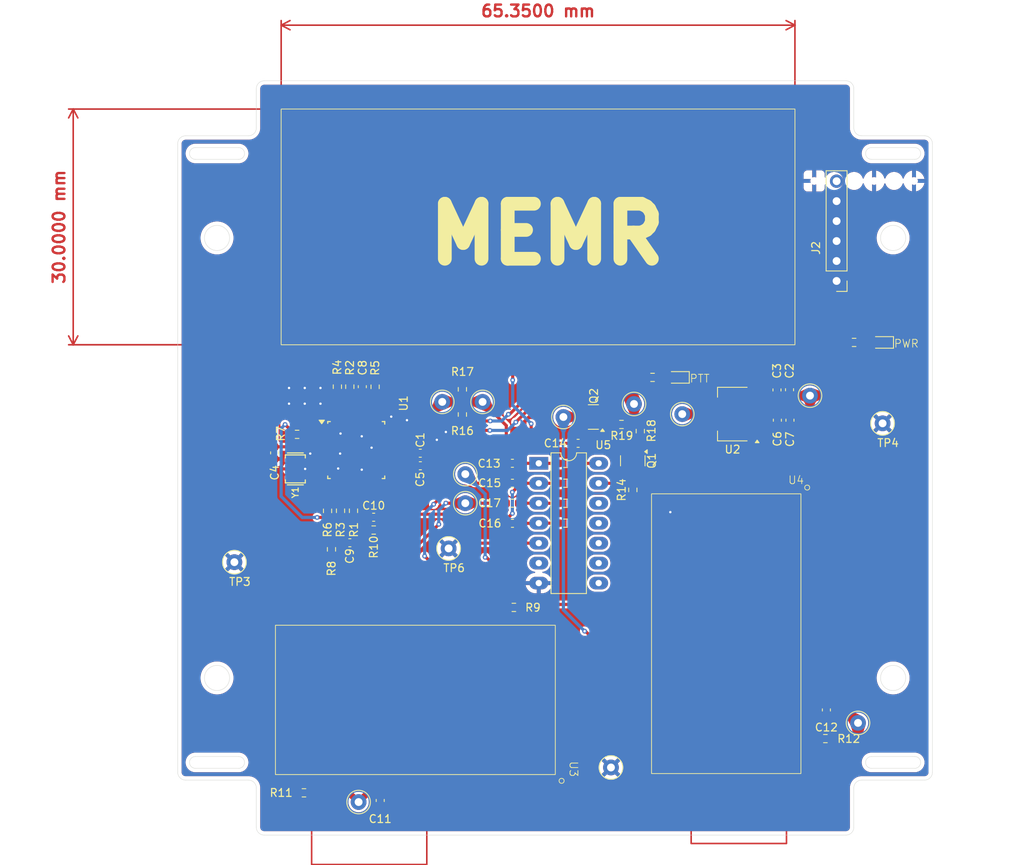
<source format=kicad_pcb>
(kicad_pcb (version 20240108) (generator "pcbnew") (generator_version "8.0")
  (layers (0 "F.Cu" signal) (31 "B.Cu" signal) (34 "B.Paste" user) (35 "F.Paste" user) (36 "B.SilkS" user "B.Silkscreen") (37 "F.SilkS" user "F.Silkscreen") (38 "B.Mask" user) (39 "F.Mask" user) (44 "Edge.Cuts" user))
  (net 0 "")
  (net 1 "GND")
  (net 2 "+5V")
  (net 3 "Reset")
  (net 4 "Net-(U1-~{RESET}{slash}PC6)")
  (net 5 "+3.3REF")
  (net 6 "Net-(C10-Pad1)")
  (net 7 "AFSK_RX")
  (net 8 "Net-(C13-Pad2)")
  (net 9 "AFSK_OUT")
  (net 10 "MIC_IN")
  (net 11 "Net-(Q1-C)")
  (net 12 "Net-(Q1-B)")
  (net 13 "Net-(Q2-B)")
  (net 14 "PTT_AT")
  (net 15 "RX")
  (net 16 "Net-(U1-PD0)")
  (net 17 "TX")
  (net 18 "Net-(U1-PD1)")
  (net 19 "Net-(U1-PD7)")
  (net 20 "Net-(U1-PD6)")
  (net 21 "Net-(U1-PD5)")
  (net 22 "Net-(U1-PD4)")
  (net 23 "PTT")
  (net 35 "CONTR")
  (net 37 "Net-(D1-A)")
  (net 38 "Net-(D2-A)")
  (net 39 "Net-(U4-H{slash}L)")
  (net 40 "Net-(U1-XTAL1{slash}PB6)")
  (net 41 "Net-(U1-XTAL2{slash}PB7)")
  (net 42 "RXU")
  (net 43 "TXU")
  (net 44 "Net-(C9-Pad2)")
  (net 45 "Net-(C15-Pad2)")
  (net 46 "Net-(C16-Pad2)")
  (net 47 "Net-(C17-Pad2)")
  (net 48 "Net-(U3-MIC)")
  (net 49 "Net-(U3-H{slash}L)")
  (footprint "Resistor_SMD:R_0603_1608Metric" (layer "F.Cu") (at 196.875 84.2)
    (property "Reference" "R21" (hide yes))
    (property "Value" "220R")
  )
  (footprint "TestPoint:TestPoint_Loop_D1.80mm_Drill1.0mm_Beaded" (layer "F.Cu") (at 144.49 91.77)
    (property "Reference" "TP12" (hide yes))
    (property "Value" "TestPoint")
  )
  (footprint "Resistor_SMD:R_0603_1608Metric" (layer "F.Cu") (at 168.73 102.97 90)
    (property "Reference" "R14")
    (property "Value" "1K")
  )
  (footprint "Resistor_SMD:R_0603_1608Metric" (layer "F.Cu") (at 147.05 93.375 90)
    (property "Reference" "R16")
    (property "Value" "150K")
  )
  (footprint "Capacitor_SMD:C_0603_1608Metric" (layer "F.Cu") (at 141.695 98.3 180)
    (property "Reference" "C1")
    (property "Value" "100nF")
  )
  (footprint "Connector_PinHeader_2.54mm:PinHeader_1x06_P2.54mm_Vertical" (layer "F.Cu") (at 194.65 76.38 180)
    (property "Reference" "J2")
    (property "Value" "Conn_01x06_Socket")
  )
  (footprint "Capacitor_SMD:C_0603_1608Metric" (layer "F.Cu") (at 141.705 99.9)
    (property "Reference" "C5")
    (property "Value" "100nF")
  )
  (footprint "Package_TO_SOT_SMD:SOT-23" (layer "F.Cu") (at 168.725 99.265 -90)
    (property "Reference" "Q1")
    (property "Value" "MMBT2222A")
  )
  (footprint "Capacitor_SMD:C_0603_1608Metric" (layer "F.Cu") (at 134.32 89.835 90)
    (property "Reference" "C8")
    (property "Value" "100nF")
  )
  (footprint "Capacitor_SMD:C_0603_1608Metric" (layer "F.Cu") (at 188.715 94.1 90)
    (property "Reference" "C7")
    (property "Value" "10uF")
  )
  (footprint "TestPoint:TestPoint_Loop_D1.80mm_Drill1.0mm_Beaded" (layer "F.Cu") (at 165.95 138.3)
    (property "Reference" "TP5" (hide yes))
    (property "Value" "TestPoint")
  )
  (footprint "SA868:SA868" (layer "F.Cu") (at 141.05 129.75 -90)
    (property "Reference" "U3")
    (property "Value" "SA868-U")
  )
  (footprint "Resistor_SMD:R_0603_1608Metric" (layer "F.Cu") (at 132.73 89.835 90)
    (property "Reference" "R2")
    (property "Value" "1K")
  )
  (footprint "Capacitor_SMD:C_0603_1608Metric" (layer "F.Cu") (at 193.35 130.975 90)
    (property "Reference" "C12")
    (property "Value" "1uF")
  )
  (footprint "Capacitor_SMD:C_0603_1608Metric" (layer "F.Cu") (at 153.41 99.585)
    (property "Reference" "C13")
    (property "Value" "4.7uF")
  )
  (footprint "Resistor_SMD:R_0603_1608Metric" (layer "F.Cu") (at 126.025 95.9 180)
    (property "Reference" "R7")
    (property "Value" "8K")
  )
  (footprint "TestPoint:TestPoint_Loop_D1.80mm_Drill1.0mm_Beaded" (layer "F.Cu") (at 197.375 132.625)
    (property "Reference" "TP8" (hide yes))
    (property "Value" "TestPoint")
  )
  (footprint "TestPoint:TestPoint_Loop_D1.80mm_Drill1.0mm_Beaded" (layer "F.Cu") (at 145.3 110.42)
    (property "Reference" "TP6")
    (property "Value" "TestPoint")
  )
  (footprint "Resistor_SMD:R_0603_1608Metric" (layer "F.Cu") (at 167.285 94.6425 180)
    (property "Reference" "R19")
    (property "Value" "220R")
  )
  (footprint "Package_TO_SOT_SMD:SOT-223-3_TabPin2" (layer "F.Cu") (at 181.415 93.325 180)
    (property "Reference" "U2")
    (property "Value" "AMS1117-3.3")
  )
  (footprint "TestPoint:TestPoint_Loop_D1.80mm_Drill1.0mm_Beaded" (layer "F.Cu") (at 168.88 92.035)
    (property "Reference" "TP13" (hide yes))
    (property "Value" "TestPoint")
  )
  (footprint "Resistor_SMD:R_0603_1608Metric" (layer "F.Cu") (at 126.9 141.525 180)
    (property "Reference" "R11")
    (property "Value" "0R")
  )
  (footprint "Resistor_SMD:R_0603_1608Metric" (layer "F.Cu") (at 131.15 89.835 90)
    (property "Reference" "R4")
    (property "Value" "1K")
  )
  (footprint "Package_QFP:TQFP-32_7x7mm_P0.8mm" (layer "F.Cu") (at 133.55 97.9)
    (property "Reference" "U1")
    (property "Value" "ATmega328-A")
  )
  (footprint "TestPoint:TestPoint_Loop_D1.80mm_Drill1.0mm_Beaded" (layer "F.Cu") (at 191.265 90.975 90)
    (property "Reference" "TP1" (hide yes))
    (property "Value" "TestPoint")
  )
  (footprint "Resistor_SMD:R_0603_1608Metric" (layer "F.Cu") (at 169.68 95.49 90)
    (property "Reference" "R18")
    (property "Value" "220R")
  )
  (footprint "Resistor_SMD:R_0603_1608Metric" (layer "F.Cu") (at 133.2 105.625 -90)
    (property "Reference" "R1")
    (property "Value" "1K")
  )
  (footprint "TestPoint:TestPoint_Loop_D1.80mm_Drill1.0mm_Beaded" (layer "F.Cu") (at 159.9 93.695)
    (property "Reference" "TP14" (hide yes))
    (property "Value" "TestPoint")
  )
  (footprint "Capacitor_SMD:C_0603_1608Metric" (layer "F.Cu") (at 187.115 94.1 90)
    (property "Reference" "C6")
    (property "Value" "100nF")
  )
  (footprint "Capacitor_SMD:C_0603_1608Metric" (layer "F.Cu") (at 153.42 107.225)
    (property "Reference" "C16")
    (property "Value" "4.7uF")
  )
  (footprint "SA868:SA868" (layer "F.Cu") (at 180.66 121.295)
    (property "Reference" "U4")
    (property "Value" "SA868-V")
  )
  (footprint "Capacitor_SMD:C_0603_1608Metric" (layer "F.Cu") (at 153.415 104.665)
    (property "Reference" "C17")
    (property "Value" "4.7uF")
  )
  (footprint "Resistor_SMD:R_0603_1608Metric" (layer "F.Cu") (at 131.55 105.625 -90)
    (property "Reference" "R3")
    (property "Value" "2K")
  )
  (footprint "Capacitor_SMD:C_0603_1608Metric" (layer "F.Cu") (at 153.415 102.125)
    (property "Reference" "C15")
    (property "Value" "4.7uF")
  )
  (footprint "TestPoint:TestPoint_Loop_D1.80mm_Drill1.0mm_Beaded" (layer "F.Cu") (at 200.5 94.5)
    (property "Reference" "TP4")
    (property "Value" "TestPoint")
  )
  (footprint "CSTCE16M0V53-R0:CSTCE16M0V53-R0" (layer "F.Cu") (at 125.8 100.3 90)
    (property "Reference" "Y1")
    (property "Value" "Crystal_GND2")
  )
  (footprint "Capacitor_SMD:C_0603_1608Metric" (layer "F.Cu") (at 188.665 90.225 -90)
    (property "Reference" "C2")
    (property "Value" "100nF")
  )
  (footprint "Capacitor_SMD:C_0603_1608Metric" (layer "F.Cu") (at 132.735 109.7 180)
    (property "Reference" "C9")
    (property "Value" "4.7uF")
  )
  (footprint "TestPoint:TestPoint_Loop_D1.80mm_Drill1.0mm_Beaded" (layer "F.Cu") (at 175.015 93.325 90)
    (property "Reference" "TP2" (hide yes))
    (property "Value" "TestPoint")
  )
  (footprint "TestPoint:TestPoint_Loop_D1.80mm_Drill1.0mm_Beaded" (layer "F.Cu") (at 149.62 91.77)
    (property "Reference" "TP11" (hide yes))
    (property "Value" "TestPoint")
  )
  (footprint "Resistor_SMD:R_0603_1608Metric" (layer "F.Cu") (at 160.175 99.595 180)
    (property "Reference" "R13" (hide yes))
    (property "Value" "1K")
  )
  (footprint "Resistor_SMD:R_0603_1608Metric" (layer "F.Cu") (at 160.175 102.125 180)
    (property "Reference" "R15" (hide yes))
    (property "Value" "1K")
  )
  (footprint "Resistor_SMD:R_0603_1608Metric" (layer "F.Cu") (at 160.175 104.675 180)
    (property "Reference" "R23" (hide yes))
    (property "Value" "1K")
  )
  (footprint "TestPoint:TestPoint_Loop_D1.80mm_Drill1.0mm_Beaded" (layer "F.Cu") (at 147.42 100.965)
    (property "Reference" "TP10" (hide yes))
    (property "Value" "TestPoint")
  )
  (footprint "Resistor_SMD:R_0603_1608Metric" (layer "F.Cu") (at 147.05 90.17 90)
    (property "Reference" "R17")
    (property "Value" "150K")
  )
  (footprint "TestPoint:TestPoint_Loop_D1.80mm_Drill1.0mm_Beaded" (layer "F.Cu") (at 147.42 104.665)
    (property "Reference" "TP15" (hide yes))
    (property "Value" "TestPoint")
  )
  (footprint "Package_DIP:DIP-14_W7.62mm_LongPads" (layer "F.Cu") (at 156.765 99.59)
    (property "Reference" "U5")
    (property "Value" "4016")
  )
  (footprint "Resistor_SMD:R_0603_1608Metric" (layer "F.Cu") (at 193.225 134.625)
    (property "Reference" "R12")
    (property "Value" "0R")
  )
  (footprint "Resistor_SMD:R_0603_1608Metric" (layer "F.Cu") (at 135.95 89.85 -90)
    (property "Reference" "R5")
    (property "Value" "1K")
  )
  (footprint "Capacitor_SMD:C_0603_1608Metric" (layer "F.Cu") (at 161.775 97.045 180)
    (property "Reference" "C14")
    (property "Value" "100nF")
  )
  (footprint "Package_TO_SOT_SMD:SOT-23" (layer "F.Cu") (at 163.7125 93.695 180)
    (property "Reference" "Q2")
    (property "Value" "MMBT2222A")
  )
  (footprint "TestPoint:TestPoint_Loop_D1.80mm_Drill1.0mm_Beaded" (layer "F.Cu") (at 118.05 112.17)
    (property "Reference" "TP3")
    (property "Value" "TestPoint")
  )
  (footprint "Resistor_SMD:R_0603_1608Metric" (layer "F.Cu") (at 153.6 117.925)
    (property "Reference" "R9")
    (property "Value" "0R")
  )
  (footprint "Resistor_SMD:R_0603_1608Metric" (layer "F.Cu") (at 171.24 88.65)
    (property "Reference" "R22" (hide yes))
    (property "Value" "220R")
  )
  (footprint "LED_SMD:LED_0603_1608Metric" (layer "F.Cu") (at 200.4 84.2 180)
    (property "Reference" "D1" (hide yes))
    (property "Value" "LED")
  )
  (footprint "TestPoint:TestPoint_Loop_D1.80mm_Drill1.0mm_Beaded" (layer "F.Cu") (at 133.85 142.7)
    (property "Reference" "TP9" (hide yes))
    (property "Value" "TestPoint")
  )
  (footprint "Capacitor_SMD:C_0603_1608Metric" (layer "F.Cu") (at 136.6 142.5 90)
    (property "Reference" "C11")
    (property "Value" "1uF")
  )
  (footprint "Resistor_SMD:R_0603_1608Metric" (layer "F.Cu") (at 130.4 110.535 -90)
    (property "Reference" "R8")
    (property "Value" "*R")
  )
  (footprint "Capacitor_SMD:C_0603_1608Metric" (layer "F.Cu") (at 135.765 106.45)
    (property "Reference" "C10")
    (property "Value" "100nF")
  )
  (footprint "Capacitor_SMD:C_0603_1608Metric" (layer "F.Cu") (at 123.17 98.26 90)
    (property "Reference" "C4")
    (property "Value" "100nF")
  )
  (footprint "Resistor_SMD:R_0603_1608Metric" (layer "F.Cu") (at 129.9 105.64 -90)
    (property "Reference" "R6")
    (property "Value" "4K")
  )
  (footprint "Capacitor_SMD:C_0603_1608Metric" (layer "F.Cu") (at 187.065 90.25 -90)
    (property "Reference" "C3")
    (property "Value" "10uF")
  )
  (footprint "Resistor_SMD:R_0603_1608Metric" (layer "F.Cu") (at 135.77 108.08)
    (property "Reference" "R10")
    (property "Value" "270R")
  )
  (footprint "LED_SMD:LED_0603_1608Metric" (layer "F.Cu") (at 174.4275 88.65 180)
    (property "Reference" "D2" (hide yes))
    (property "Value" "LED")
  )
  (footprint "Resistor_SMD:R_0603_1608Metric" (layer "F.Cu") (at 160.175 107.205 180)
    (property "Reference" "R20" (hide yes))
    (property "Value" "1K")
  )
  (gr_rect (start 176.15 138.125) (end 188.275 147.975) (stroke (width 0.2)) (fill none) (layer "F.Cu"))
  (gr_rect (start 127.875 138.775) (end 142.525 150.65) (stroke (width 0.2)) (fill none) (layer "F.Cu"))
  (gr_rect (start 124 54.5) (end 189.35 84.5) (stroke (width 0.1)) (fill none) (layer "F.SilkS"))
  (gr_circle (center 201.84 126.905) (end 201.84 128.505) (stroke (width 0.05)) (fill none) (layer "Edge.Cuts"))
  (gr_circle (center 115.84 126.905) (end 115.84 128.505) (stroke (width 0.05)) (fill none) (layer "Edge.Cuts"))
  (gr_arc (start 204.59 136.905) (mid 205.34 137.655) (end 204.59 138.405) (stroke (width 0.05)) (layer "Edge.Cuts"))
  (gr_line (start 195.84 146.905) (end 121.84 146.905) (stroke (width 0.05)) (layer "Edge.Cuts"))
  (gr_line (start 119.84 139.905) (end 111.84 139.905) (stroke (width 0.05)) (layer "Edge.Cuts"))
  (gr_arc (start 196.84 140.905) (mid 197.132893 140.197893) (end 197.84 139.905) (stroke (width 0.05)) (layer "Edge.Cuts"))
  (gr_arc (start 195.84 50.905) (mid 196.547107 51.197893) (end 196.84 51.905) (stroke (width 0.05)) (layer "Edge.Cuts"))
  (gr_arc (start 199.09 60.905) (mid 198.34 60.155) (end 199.09 59.405) (stroke (width 0.05)) (layer "Edge.Cuts"))
  (gr_arc (start 121.84 146.905) (mid 121.132893 146.612107) (end 120.84 145.905) (stroke (width 0.05)) (layer "Edge.Cuts"))
  (gr_arc (start 120.84 56.905) (mid 120.547107 57.612107) (end 119.84 57.905) (stroke (width 0.05)) (layer "Edge.Cuts"))
  (gr_line (start 118.59 136.905) (end 113.09 136.905) (stroke (width 0.05)) (layer "Edge.Cuts"))
  (gr_line (start 111.84 57.905) (end 119.84 57.905) (stroke (width 0.05)) (layer "Edge.Cuts"))
  (gr_arc (start 110.84 58.905) (mid 111.132893 58.197893) (end 111.84 57.905) (stroke (width 0.05)) (layer "Edge.Cuts"))
  (gr_arc (start 205.84 57.905) (mid 206.547107 58.197893) (end 206.84 58.905) (stroke (width 0.05)) (layer "Edge.Cuts"))
  (gr_arc (start 196.84 145.905) (mid 196.547107 146.612107) (end 195.84 146.905) (stroke (width 0.05)) (layer "Edge.Cuts"))
  (gr_arc (start 199.09 138.405) (mid 198.34 137.655) (end 199.09 136.905) (stroke (width 0.05)) (layer "Edge.Cuts"))
  (gr_line (start 113.09 138.405) (end 118.59 138.405) (stroke (width 0.05)) (layer "Edge.Cuts"))
  (gr_line (start 205.84 139.905) (end 197.84 139.905) (stroke (width 0.05)) (layer "Edge.Cuts"))
  (gr_line (start 196.84 140.905) (end 196.84 145.905) (stroke (width 0.05)) (layer "Edge.Cuts"))
  (gr_arc (start 118.59 59.405) (mid 119.34 60.155) (end 118.59 60.905) (stroke (width 0.05)) (layer "Edge.Cuts"))
  (gr_arc (start 197.84 57.905) (mid 197.132893 57.612107) (end 196.84 56.905) (stroke (width 0.05)) (layer "Edge.Cuts"))
  (gr_line (start 199.09 60.905) (end 204.59 60.905) (stroke (width 0.05)) (layer "Edge.Cuts"))
  (gr_arc (start 113.09 60.905) (mid 112.34 60.155) (end 113.09 59.405) (stroke (width 0.05)) (layer "Edge.Cuts"))
  (gr_arc (start 119.84 139.905) (mid 120.547107 140.197893) (end 120.84 140.905) (stroke (width 0.05)) (layer "Edge.Cuts"))
  (gr_line (start 118.59 60.905) (end 113.09 60.905) (stroke (width 0.05)) (layer "Edge.Cuts"))
  (gr_arc (start 120.84 51.905) (mid 121.132893 51.197893) (end 121.84 50.905) (stroke (width 0.05)) (layer "Edge.Cuts"))
  (gr_line (start 120.84 56.905) (end 120.84 51.905) (stroke (width 0.05)) (layer "Edge.Cuts"))
  (gr_line (start 121.84 50.905) (end 195.84 50.905) (stroke (width 0.05)) (layer "Edge.Cuts"))
  (gr_circle (center 115.84 70.905) (end 115.84 69.305) (stroke (width 0.05)) (fill none) (layer "Edge.Cuts"))
  (gr_line (start 110.84 138.905) (end 110.84 58.905) (stroke (width 0.05)) (layer "Edge.Cuts"))
  (gr_line (start 113.09 59.405) (end 118.59 59.405) (stroke (width 0.05)) (layer "Edge.Cuts"))
  (gr_line (start 206.84 58.905) (end 206.84 138.905) (stroke (width 0.05)) (layer "Edge.Cuts"))
  (gr_arc (start 113.09 138.405) (mid 112.34 137.655) (end 113.09 136.905) (stroke (width 0.05)) (layer "Edge.Cuts"))
  (gr_arc (start 111.84 139.905) (mid 111.132893 139.612107) (end 110.84 138.905) (stroke (width 0.05)) (layer "Edge.Cuts"))
  (gr_line (start 197.84 57.905) (end 205.84 57.905) (stroke (width 0.05)) (layer "Edge.Cuts"))
  (gr_line (start 204.59 59.405) (end 199.09 59.405) (stroke (width 0.05)) (layer "Edge.Cuts"))
  (gr_line (start 196.84 51.905) (end 196.84 56.905) (stroke (width 0.05)) (layer "Edge.Cuts"))
  (gr_circle (center 201.84 70.905) (end 201.84 69.305) (stroke (width 0.05)) (fill none) (layer "Edge.Cuts"))
  (gr_arc (start 118.59 136.905) (mid 119.34 137.655) (end 118.59 138.405) (stroke (width 0.05)) (layer "Edge.Cuts"))
  (gr_line (start 120.84 145.905) (end 120.84 140.905) (stroke (width 0.05)) (layer "Edge.Cuts"))
  (gr_line (start 199.09 136.905) (end 204.59 136.905) (stroke (width 0.05)) (layer "Edge.Cuts"))
  (gr_line (start 204.59 138.405) (end 199.09 138.405) (stroke (width 0.05)) (layer "Edge.Cuts"))
  (gr_arc (start 204.59 59.405) (mid 205.34 60.155) (end 204.59 60.905) (stroke (width 0.05)) (layer "Edge.Cuts"))
  (gr_arc (start 206.84 138.905) (mid 206.547107 139.612107) (end 205.84 139.905) (stroke (width 0.05)) (layer "Edge.Cuts"))
  (gr_text "PTT" (at 175.9125 89.385 0) (layer "F.SilkS") (effects (font (size 1 1) (thickness 0.1)) (justify left bottom)))
  (gr_text "PWR" (at 201.885 84.935 0) (layer "F.SilkS") (effects (font (size 1 1) (thickness 0.1)) (justify left bottom)))
  (gr_text "MEMR" (at 142 74.5 0) (layer "F.SilkS") (effects (font (size 7 7) (thickness 1.75) (bold yes)) (justify left bottom)))
  (dimension (type aligned) (layer "F.Cu") (pts (xy 124 54.5) (xy 189.35 54.5)) (height -10.675) (gr_text "65,3500 mm" (at 156.675 42.025 0) (layer "F.Cu") (effects (font (size 1.5 1.5) (thickness 0.3)))) (format (prefix "") (suffix "") (units 3) (units_format 1) (precision 4)) (style (thickness 0.2) (arrow_length 1.27) (text_position_mode 0) (extension_height 0.58642) (extension_offset 0.5) keep_text_aligned))
  (dimension (type aligned) (layer "F.Cu") (pts (xy 124 84.5) (xy 124 54.5)) (height -26.45) (gr_text "30,0000 mm" (at 95.75 69.5 90) (layer "F.Cu") (effects (font (size 1.5 1.5) (thickness 0.3)))) (format (prefix "") (suffix "") (units 3) (units_format 1) (precision 4)) (style (thickness 0.2) (arrow_length 1.27) (text_position_mode 0) (extension_height 0.58642) (extension_offset 0.5) keep_text_aligned))
  (via (at 125 92) (size 0.6) (drill 0.3) (layers "F.Cu" "B.Cu") (net 1))
  (via (at 134.25 96.15) (size 0.6) (drill 0.3) (layers "F.Cu" "B.Cu") (net 1))
  (via (at 127 90) (size 0.6) (drill 0.3) (layers "F.Cu" "B.Cu") (net 1))
  (via (at 127.7 98.35) (size 0.6) (drill 0.3) (layers "F.Cu" "B.Cu") (net 1))
  (via (at 138 93.65) (size 0.6) (drill 0.3) (layers "F.Cu" "B.Cu") (net 1))
  (via (at 131.25 100.25) (size 0.6) (drill 0.3) (layers "F.Cu" "B.Cu") (net 1))
  (via (at 173.5 105.8) (size 0.6) (drill 0.3) (layers "F.Cu" "B.Cu") (net 1))
  (via (at 127 92) (size 0.6) (drill 0.3) (layers "F.Cu" "B.Cu") (net 1))
  (via (at 131.5 98.35) (size 0.6) (drill 0.3) (layers "F.Cu" "B.Cu") (net 1))
  (via (at 134.25 100.4) (size 0.6) (drill 0.3) (layers "F.Cu" "B.Cu") (net 1))
  (via (at 140 94.1) (size 0.6) (drill 0.3) (layers "F.Cu" "B.Cu") (net 1))
  (via (at 129 90) (size 0.6) (drill 0.3) (layers "F.Cu" "B.Cu") (net 1))
  (via (at 143.8 96.6) (size 0.6) (drill 0.3) (layers "F.Cu" "B.Cu") (net 1))
  (via (at 131.55 95.8) (size 0.6) (drill 0.3) (layers "F.Cu" "B.Cu") (net 1))
  (via (at 129 92) (size 0.6) (drill 0.3) (layers "F.Cu" "B.Cu") (net 1))
  (via (at 144.95 95.6) (size 0.6) (drill 0.3) (layers "F.Cu" "B.Cu") (net 1))
  (via (at 127.05 100.3) (size 0.6) (drill 0.3) (layers "F.Cu" "B.Cu") (net 1))
  (via (at 125 90) (size 0.6) (drill 0.3) (layers "F.Cu" "B.Cu") (net 1))
  (via (at 135.5 97.6) (size 0.6) (drill 0.3) (layers "F.Cu" "B.Cu") (net 1))
  (segment (start 164.38 99.595) (end 164.385 99.59) (width 0.4) (layer "F.Cu") (net 2))
  (segment (start 123.17 90.43) (end 125.95 87.65) (width 0.4) (layer "F.Cu") (net 2))
  (segment (start 134.75 99.1) (end 135.55 99.9) (width 0.4) (layer "F.Cu") (net 2))
  (segment (start 151.55 86) (end 151.55 85.9) (width 0.4) (layer "F.Cu") (net 2))
  (segment (start 194.34 89.66) (end 194.34 129.21) (width 0.8) (layer "F.Cu") (net 2))
  (segment (start 137.8 99.9) (end 140.93 99.9) (width 0.4) (layer "F.Cu") (net 2))
  (segment (start 135.1 87.65) (end 135.95 88.5) (width 0.4) (layer "F.Cu") (net 2))
  (segment (start 136.6 141.725) (end 191.275 141.725) (width 0.8) (layer "F.Cu") (net 2))
  (segment (start 135.95 88.5) (end 135.95 89.025) (width 0.4) (layer "F.Cu") (net 2))
  (segment (start 129.92 136.55) (end 132.17 138.8) (width 0.4) (layer "F.Cu") (net 2))
  (segment (start 197.375 132.625) (end 197.375 135.625) (width 0.8) (layer "F.Cu") (net 2))
  (segment (start 134.825 141.725) (end 136.6 141.725) (width 0.8) (layer "F.Cu") (net 2))
  (segment (start 132.17 141.07) (end 132.17 138.8) (width 0.8) (layer "F.Cu") (net 2))
  (segment (start 194.95 130.2) (end 193.35 130.2) (width 0.8) (layer "F.Cu") (net 2))
  (segment (start 184.565 91.025) (end 188.64 91.025) (width 0.4) (layer "F.Cu") (net 2))
  (segment (start 157.245 97.045) (end 155.8 95.6) (width 0.4) (layer "F.Cu") (net 2))
  (segment (start 194.225 138.775) (end 187.46 138.775) (width 0.8) (layer "F.Cu") (net 2))
  (segment (start 173.5 100.1) (end 169.805 103.795) (width 0.4) (layer "F.Cu") (net 2))
  (segment (start 151.55 85.9) (end 177.2 85.9) (width 0.4) (layer "F.Cu") (net 2))
  (segment (start 182.325 91.025) (end 184.565 91.025) (width 0.4) (layer "F.Cu") (net 2))
  (segment (start 133.8 142.7) (end 132.17 141.07) (width 0.8) (layer "F.Cu") (net 2))
  (segment (start 142.475 89.025) (end 145.6 85.9) (width 0.4) (layer "F.Cu") (net 2))
  (segment (start 167.22 103.795) (end 168.73 103.795) (width 0.4) (layer "F.Cu") (net 2))
  (segment (start 193.025 90.975) (end 191.265 90.975) (width 0.8) (layer "F.Cu") (net 2))
  (segment (start 189 100.1) (end 173.5 100.1) (width 0.4) (layer "F.Cu") (net 2))
  (segment (start 161 103.405) (end 161 107.205) (width 0.4) (layer "F.Cu") (net 2))
  (segment (start 197.375 132.625) (end 194.95 130.2) (width 0.8) (layer "F.Cu") (net 2))
  (segment (start 129.285 97.485) (end 129.3 97.5) (width 0.4) (layer "F.Cu") (net 2))
  (segment (start 133.15 97.5) (end 135.55 99.9) (width 0.4) (layer "F.Cu") (net 2))
  (segment (start 166.83 103.405) (end 167.22 103.795) (width 0.4) (layer "F.Cu") (net 2))
  (segment (start 161 103.405) (end 166.83 103.405) (width 0.4) (layer "F.Cu") (net 2))
  (segment (start 194.65 73.84) (end 194.65 71.3) (width 0.8) (layer "F.Cu") (net 2))
  (segment (start 189.735 130.2) (end 189.71 130.175) (width 0.8) (layer "F.Cu") (net 2))
  (segment (start 129.3 97.5) (end 133.15 97.5) (width 0.4) (layer "F.Cu") (net 2))
  (segment (start 177.2 85.9) (end 182.325 91.025) (width 0.4) (layer "F.Cu") (net 2))
  (segment (start 196.05 84.2) (end 195.44 84.2) (width 0.4) (layer "F.Cu") (net 2))
  (segment (start 191.275 141.725) (end 194.225 138.775) (width 0.8) (layer "F.Cu") (net 2))
  (segment (start 133.85 142.7) (end 133.8 142.7) (width 0.8) (layer "F.Cu") (net 2))
  (segment (start 191.24 91) (end 191.265 90.975) (width 0.4) (layer "F.Cu") (net 2))
  (segment (start 153.45 89) (end 153.45 87.9) (width 0.4) (layer "F.Cu") (net 2))
  (segment (start 129.3 99.1) (end 134.75 99.1) (width 0.4) (layer "F.Cu") (net 2))
  (segment (start 195.44 84.2) (end 194.34 85.3) (width 0.4) (layer "F.Cu") (net 2))
  (segment (start 132.17 138.8) (end 132.17 139.32) (width 0.4) (layer "F.Cu") (net 2))
  (segment (start 136.62 141.705) (end 136.6 141.725) (width 0.8) (layer "F.Cu") (net 2))
  (segment (start 161 97.045) (end 161 99.595) (width 0.4) (layer "F.Cu") (net 2))
  (segment (start 194.34 129.21) (end 193.35 130.2) (width 0.8) (layer "F.Cu") (net 2))
  (segment (start 155.8 95.6) (end 155.8 94.55) (width 0.4) (layer "F.Cu") (net 2))
  (segment (start 194.34 89.66) (end 193.025 90.975) (width 0.8) (layer "F.Cu") (net 2))
  (segment (start 135.95 89.025) (end 142.475 89.025) (width 0.4) (layer "F.Cu") (net 2))
  (segment (start 123.17 97.485) (end 129.285 97.485) (width 0.4) (layer "F.Cu") (net 2))
  (segment (start 123.17 97.485) (end 123.17 90.43) (width 0.4) (layer "F.Cu") (net 2))
  (segment (start 133.85 142.7) (end 134.825 141.725) (width 0.8) (layer "F.Cu") (net 2))
  (segment (start 197.375 135.625) (end 194.225 138.775) (width 0.8) (layer "F.Cu") (net 2))
  (segment (start 125.95 87.65) (end 135.1 87.65) (width 0.4) (layer "F.Cu") (net 2))
  (segment (start 191.75 79.075) (end 191.75 76.38) (width 0.8) (layer "F.Cu") (net 2))
  (segment (start 153.45 87.9) (end 151.55 86) (width 0.4) (layer "F.Cu") (net 2))
  (segment (start 145.6 85.9) (end 151.55 85.9) (width 0.4) (layer "F.Cu") (net 2))
  (segment (start 191.265 90.975) (end 191.265 97.835) (width 0.4) (layer "F.Cu") (net 2))
  (segment (start 161 99.595) (end 161 103.405) (width 0.4) (layer "F.Cu") (net 2))
  (segment (start 161 99.595) (end 164.38 99.595) (width 0.4) (layer "F.Cu") (net 2))
  (segment (start 135.55 99.9) (end 137.8 99.9) (width 0.4) (layer "F.Cu") (net 2))
  (segment (start 194.34 86.05) (end 194.34 81.665) (width 0.8) (layer "F.Cu") (net 2))
  (segment (start 161 97.045) (end 157.245 97.045) (width 0.4) (layer "F.Cu") (net 2))
  (segment (start 194.34 85.3) (end 194.34 86.05) (width 0.8) (layer "F.Cu") (net 2))
  (segment (start 188.64 91.025) (end 188.665 91) (width 0.4) (layer "F.Cu") (net 2))
  (segment (start 191.75 76.38) (end 194.29 73.84) (width 0.8) (layer "F.Cu") (net 2))
  (segment (start 194.34 86.05) (end 194.34 89.66) (width 0.8) (layer "F.Cu") (net 2))
  (segment (start 194.34 81.665) (end 191.75 79.075) (width 0.8) (layer "F.Cu") (net 2))
  (segment (start 188.665 91) (end 191.24 91) (width 0.4) (layer "F.Cu") (net 2))
  (segment (start 136.62 138.8) (end 136.62 141.705) (width 0.8) (layer "F.Cu") (net 2))
  (segment (start 194.29 73.84) (end 194.65 73.84) (width 0.8) (layer "F.Cu") (net 2))
  (segment (start 191.265 97.835) (end 189 100.1) (width 0.4) (layer "F.Cu") (net 2))
  (segment (start 123.57 136.55) (end 129.92 136.55) (width 0.4) (layer "F.Cu") (net 2))
  (segment (start 169.805 103.795) (end 168.73 103.795) (width 0.4) (layer "F.Cu") (net 2))
  (segment (start 193.35 130.2) (end 189.735 130.2) (width 0.8) (layer "F.Cu") (net 2))
  (via (at 155.8 94.55) (size 0.6) (drill 0.3) (layers "F.Cu" "B.Cu") (net 2))
  (via (at 153.45 89) (size 0.6) (drill 0.3) (layers "F.Cu" "B.Cu") (net 2))
  (segment (start 155.8 94.55) (end 153.45 92.2) (width 0.4) (layer "B.Cu") (net 2))
  (segment (start 153.45 92.2) (end 153.45 89) (width 0.4) (layer "B.Cu") (net 2))
  (segment (start 135.8475 90.61) (end 135.865 90.5925) (width 0.4) (layer "F.Cu") (net 4))
  (segment (start 133.15 92.35) (end 134.32 91.18) (width 0.4) (layer "F.Cu") (net 4))
  (segment (start 134.32 91.18) (end 134.32 90.61) (width 0.4) (layer "F.Cu") (net 4))
  (segment (start 134.32 90.61) (end 135.8475 90.61) (width 0.4) (layer "F.Cu") (net 4))
  (segment (start 133.15 93.65) (end 133.15 92.35) (width 0.4) (layer "F.Cu") (net 4))
  (segment (start 137.8 98.3) (end 140.92 98.3) (width 0.4) (layer "F.Cu") (net 5))
  (segment (start 159.6 86.8) (end 176.4 86.8) (width 0.4) (layer "F.Cu") (net 5))
  (segment (start 178.265 88.665) (end 178.265 93.325) (width 0.4) (layer "F.Cu") (net 5))
  (segment (start 178.265 93.325) (end 184.565 93.325) (width 0.4) (layer "F.Cu") (net 5))
  (segment (start 184.565 93.325) (end 188.715 93.325) (width 0.4) (layer "F.Cu") (net 5))
  (segment (start 153.05 93.35) (end 159.6 86.8) (width 0.4) (layer "F.Cu") (net 5))
  (segment (start 175.015 93.325) (end 178.265 93.325) (width 0.4) (layer "F.Cu") (net 5))
  (segment (start 140.92 98.3) (end 140.92 96.93) (width 0.4) (layer "F.Cu") (net 5))
  (segment (start 147.05 94.2) (end 150.6 94.2) (width 0.4) (layer "F.Cu") (net 5))
  (segment (start 140.92 96.93) (end 143.65 94.2) (width 0.4) (layer "F.Cu") (net 5))
  (segment (start 176.4 86.8) (end 178.265 88.665) (width 0.4) (layer "F.Cu") (net 5))
  (segment (start 152.9 93.35) (end 153.05 93.35) (width 0.4) (layer "F.Cu") (net 5))
  (segment (start 143.65 94.2) (end 147.05 94.2) (width 0.4) (layer "F.Cu") (net 5))
  (via (at 152.9 93.35) (size 0.6) (drill 0.3) (layers "F.Cu" "B.Cu") (net 5))
  (via (at 150.6 94.2) (size 0.6) (drill 0.3) (layers "F.Cu" "B.Cu") (net 5))
  (segment (start 152.05 94.2) (end 152.9 93.35) (width 0.4) (layer "B.Cu") (net 5))
  (segment (start 150.6 94.2) (end 152.05 94.2) (width 0.4) (layer "B.Cu") (net 5))
  (segment (start 134.99 106.45) (end 134.99 108.035) (width 0.4) (layer "F.Cu") (net 6))
  (segment (start 129.925 106.45) (end 129.9 106.475) (width 0.4) (layer "F.Cu") (net 6))
  (segment (start 125.2 95.35) (end 124.5 94.65) (width 0.4) (layer "F.Cu") (net 6))
  (segment (start 134.99 108.035) (end 134.945 108.08) (width 0.4) (layer "F.Cu") (net 6))
  (segment (start 134.945 108.08) (end 134.945 108.265) (width 0.4) (layer "F.Cu") (net 6))
  (segment (start 129.89 106.475) (end 129.9 106.465) (width 0.4) (layer "F.Cu") (net 6))
  (segment (start 133.2 106.45) (end 129.925 106.45) (width 0.4) (layer "F.Cu") (net 6))
  (segment (start 134.945 108.265) (end 133.51 109.7) (width 0.4) (layer "F.Cu") (net 6))
  (segment (start 125.2 95.9) (end 125.2 95.35) (width 0.4) (layer "F.Cu") (net 6))
  (segment (start 128.575 106.475) (end 129.89 106.475) (width 0.4) (layer "F.Cu") (net 6))
  (segment (start 133.2 106.45) (end 134.99 106.45) (width 0.4) (layer "F.Cu") (net 6))
  (via (at 128.575 106.475) (size 0.6) (drill 0.3) (layers "F.Cu" "B.Cu") (net 6))
  (via (at 124.5 94.65) (size 0.6) (drill 0.3) (layers "F.Cu" "B.Cu") (net 6))
  (segment (start 126.675 106.475) (end 124 103.8) (width 0.4) (layer "B.Cu") (net 6))
  (segment (start 128.575 106.475) (end 126.675 106.475) (width 0.4) (layer "B.Cu") (net 6))
  (segment (start 124 95.15) (end 124.5 94.65) (width 0.4) (layer "B.Cu") (net 6))
  (segment (start 124 103.8) (end 124 95.15) (width 0.4) (layer "B.Cu") (net 6))
  (segment (start 143.35 136.2) (end 145.52 138.37) (width 0.4) (layer "F.Cu") (net 7))
  (segment (start 147.06 91.77) (end 147.05 91.76) (width 0.4) (layer "F.Cu") (net 7))
  (segment (start 149.62 91.77) (end 152.635 94.785) (width 0.4) (layer "F.Cu") (net 7))
  (segment (start 149.785 99.585) (end 148.6 98.4) (width 0.4) (layer "F.Cu") (net 7))
  (segment (start 144.49 91.77) (end 140.36 95.9) (width 0.4) (layer "F.Cu") (net 7))
  (segment (start 145.52 138.37) (end 145.52 138.8) (width 0.4) (layer "F.Cu") (net 7))
  (segment (start 149.62 91.77) (end 147.06 91.77) (width 0.4) (layer "F.Cu") (net 7))
  (segment (start 140.36 95.9) (end 137.8 95.9) (width 0.4) (layer "F.Cu") (net 7))
  (segment (start 148.6 98.4) (end 146.5 98.4) (width 0.4) (layer "F.Cu") (net 7))
  (segment (start 143.35 112.5) (end 143.35 136.2) (width 0.4) (layer "F.Cu") (net 7))
  (segment (start 147.04 91.77) (end 147.05 91.76) (width 0.4) (layer "F.Cu") (net 7))
  (segment (start 144.49 91.77) (end 147.04 91.77) (width 0.4) (layer "F.Cu") (net 7))
  (segment (start 152.635 94.785) (end 152.635 99.585) (width 0.4) (layer "F.Cu") (net 7))
  (segment (start 152.635 99.585) (end 149.785 99.585) (width 0.4) (layer "F.Cu") (net 7))
  (segment (start 142.25 111.4) (end 143.35 112.5) (width 0.4) (layer "F.Cu") (net 7))
  (segment (start 145.4 99.5) (end 145.4 102.8) (width 0.4) (layer "F.Cu") (net 7))
  (segment (start 147.05 91.76) (end 147.05 92.555) (width 0.4) (layer "F.Cu") (net 7))
  (segment (start 146.5 98.4) (end 145.4 99.5) (width 0.4) (layer "F.Cu") (net 7))
  (segment (start 145.4 102.8) (end 143.4 104.8) (width 0.4) (layer "F.Cu") (net 7))
  (segment (start 147.05 91) (end 147.05 91.76) (width 0.4) (layer "F.Cu") (net 7))
  (via (at 142.25 111.4) (size 0.6) (drill 0.3) (layers "F.Cu" "B.Cu") (net 7))
  (via (at 143.4 104.8) (size 0.6) (drill 0.3) (layers "F.Cu" "B.Cu") (net 7))
  (segment (start 142.25 105.95) (end 142.25 111.4) (width 0.4) (layer "B.Cu") (net 7))
  (segment (start 143.4 104.8) (end 142.25 105.95) (width 0.4) (layer "B.Cu") (net 7))
  (segment (start 156.77 99.595) (end 156.765 99.59) (width 0.4) (layer "F.Cu") (net 8))
  (segment (start 156.76 99.585) (end 156.765 99.59) (width 0.4) (layer "F.Cu") (net 8))
  (segment (start 154.185 99.585) (end 156.76 99.585) (width 0.4) (layer "F.Cu") (net 8))
  (segment (start 159.35 99.595) (end 156.77 99.595) (width 0.4) (layer "F.Cu") (net 8))
  (segment (start 147.42 104.665) (end 144.965 104.665) (width 0.4) (layer "F.Cu") (net 9))
  (segment (start 140.04 111.36) (end 144.05 107.35) (width 0.4) (layer "F.Cu") (net 9))
  (segment (start 130.4 111.36) (end 140.04 111.36) (width 0.4) (layer "F.Cu") (net 9))
  (segment (start 144.965 104.665) (end 144.95 104.65) (width 0.4) (layer "F.Cu") (net 9))
  (segment (start 147.42 104.665) (end 152.64 104.665) (width 0.4) (layer "F.Cu") (net 9))
  (via (at 144.05 107.35) (size 0.6) (drill 0.3) (layers "F.Cu" "B.Cu") (net 9))
  (via (at 144.95 104.65) (size 0.6) (drill 0.3) (layers "F.Cu" "B.Cu") (net 9))
  (segment (start 144.05 107.35) (end 144.05 105.55) (width 0.4) (layer "B.Cu") (net 9))
  (segment (start 144.05 105.55) (end 144.95 104.65) (width 0.4) (layer "B.Cu") (net 9))
  (segment (start 168.4 115) (end 165.85 117.55) (width 0.4) (layer "F.Cu") (net 10))
  (segment (start 150.1 111.55) (end 149.95 111.55) (width 0.4) (layer "F.Cu") (net 10))
  (segment (start 152.64 102.125) (end 148.58 102.125) (width 0.4) (layer "F.Cu") (net 10))
  (segment (start 165.85 117.55) (end 156.1 117.55) (width 0.4) (layer "F.Cu") (net 10))
  (segment (start 156.1 117.55) (end 150.1 111.55) (width 0.4) (layer "F.Cu") (net 10))
  (segment (start 168.4 109) (end 168.4 115) (width 0.4) (layer "F.Cu") (net 10))
  (segment (start 171.51 107.925) (end 169.475 107.925) (width 0.4) (layer "F.Cu") (net 10))
  (segment (start 169.475 107.925) (end 168.4 109) (width 0.4) (layer "F.Cu") (net 10))
  (segment (start 148.58 102.125) (end 147.42 100.965) (width 0.4) (layer "F.Cu") (net 10))
  (via (at 149.95 111.55) (size 0.6) (drill 0.3) (layers "F.Cu" "B.Cu") (net 10))
  (segment (start 149.95 103.495) (end 149.95 111.55) (width 0.4) (layer "B.Cu") (net 10))
  (segment (start 147.42 100.965) (end 149.95 103.495) (width 0.4) (layer "B.Cu") (net 10))
  (segment (start 168.725 100.2025) (end 168.725 102.14) (width 0.4) (layer "F.Cu") (net 11))
  (segment (start 164.385 102.13) (end 168.715 102.13) (width 0.4) (layer "F.Cu") (net 11))
  (segment (start 169.68 98.3225) (end 169.675 98.3275) (width 0.4) (layer "F.Cu") (net 12))
  (segment (start 169.68 96.315) (end 169.68 98.3225) (width 0.4) (layer "F.Cu") (net 12))
  (segment (start 164.66 94.6425) (end 164.65 94.6525) (width 0.4) (layer "F.Cu") (net 13))
  (segment (start 166.46 94.6425) (end 164.66 94.6425) (width 0.4) (layer "F.Cu") (net 13))
  (segment (start 162.6 120.95) (end 162.7 120.95) (width 0.4) (layer "F.Cu") (net 14))
  (segment (start 184.175 125.725) (end 189.71 125.725) (width 0.4) (layer "F.Cu") (net 14))
  (segment (start 159.9 93.695) (end 162.775 93.695) (width 0.4) (layer "F.Cu") (net 14))
  (segment (start 155.4 140.2) (end 159.45 140.2) (width 0.4) (layer "F.Cu") (net 14))
  (segment (start 177.85 119.4) (end 184.175 125.725) (width 0.4) (layer "F.Cu") (net 14))
  (segment (start 164.15 122.4) (end 167.15 119.4) (width 0.4) (layer "F.Cu") (net 14))
  (segment (start 167.15 119.4) (end 177.85 119.4) (width 0.4) (layer "F.Cu") (net 14))
  (segment (start 162.7 120.95) (end 164.15 122.4) (width 0.4) (layer "F.Cu") (net 14))
  (segment (start 154.42 139.22) (end 155.4 140.2) (width 0.4) (layer "F.Cu") (net 14))
  (segment (start 159.45 140.2) (end 161.1 138.55) (width 0.4) (layer "F.Cu") (net 14))
  (segment (start 154.42 138.8) (end 154.42 139.22) (width 0.4) (layer "F.Cu") (net 14))
  (segment (start 161.1 125.45) (end 164.15 122.4) (width 0.4) (layer "F.Cu") (net 14))
  (segment (start 161.1 138.55) (end 161.1 125.45) (width 0.4) (layer "F.Cu") (net 14))
  (via (at 162.6 120.95) (size 0.6) (drill 0.3) (layers "F.Cu" "B.Cu") (net 14))
  (segment (start 159.9 93.695) (end 159.9 118.25) (width 0.4) (layer "B.Cu") (net 14))
  (segment (start 159.9 118.25) (end 162.6 120.95) (width 0.4) (layer "B.Cu") (net 14))
  (segment (start 132.35 91.04) (end 132.73 90.66) (width 0.4) (layer "F.Cu") (net 16))
  (segment (start 132.35 93.65) (end 132.35 91.04) (width 0.4) (layer "F.Cu") (net 16))
  (segment (start 131.55 93.65) (end 131.55 91.06) (width 0.4) (layer "F.Cu") (net 18))
  (segment (start 131.55 91.06) (end 131.15 90.66) (width 0.4) (layer "F.Cu") (net 18))
  (segment (start 132.35 102.15) (end 132.35 103.25) (width 0.4) (layer "F.Cu") (net 19))
  (segment (start 132.35 103.25) (end 133.2 104.1) (width 0.4) (layer "F.Cu") (net 19))
  (segment (start 133.2 104.1) (end 133.2 104.8) (width 0.4) (layer "F.Cu") (net 19))
  (segment (start 131.55 102.15) (end 131.55 104.8) (width 0.4) (layer "F.Cu") (net 20))
  (segment (start 130.75 103.25) (end 129.9 104.1) (width 0.4) (layer "F.Cu") (net 21))
  (segment (start 129.9 104.1) (end 129.9 104.825) (width 0.4) (layer "F.Cu") (net 21))
  (segment (start 130.75 102.15) (end 130.75 103.25) (width 0.4) (layer "F.Cu") (net 21))
  (segment (start 126.85 95.9) (end 129.3 95.9) (width 0.4) (layer "F.Cu") (net 22))
  (segment (start 147.85 95.4) (end 144.25 99) (width 0.4) (layer "F.Cu") (net 23))
  (segment (start 168.88 92.035) (end 166.445 89.6) (width 0.4) (layer "F.Cu") (net 23))
  (segment (start 134.95 104) (end 133.95 103) (width 0.4) (layer "F.Cu") (net 23))
  (segment (start 144.25 102.3) (end 142.55 104) (width 0.4) (layer "F.Cu") (net 23))
  (segment (start 168.88 92.035) (end 168.88 94.6225) (width 0.4) (layer "F.Cu") (net 23))
  (segment (start 168.88 90.185) (end 170.415 88.65) (width 0.4) (layer "F.Cu") (net 23))
  (segment (start 168.88 94.6225) (end 168.9 94.6425) (width 0.4) (layer "F.Cu") (net 23))
  (segment (start 168.9 94.6425) (end 169.6575 94.6425) (width 0.4) (layer "F.Cu") (net 23))
  (segment (start 133.95 103) (end 133.95 102.15) (width 0.4) (layer "F.Cu") (net 23))
  (segment (start 166.445 89.6) (end 158.6 89.6) (width 0.4) (layer "F.Cu") (net 23))
  (segment (start 169.6575 94.6425) (end 169.68 94.665) (width 0.4) (layer "F.Cu") (net 23))
  (segment (start 144.25 99) (end 144.25 102.3) (width 0.4) (layer "F.Cu") (net 23))
  (segment (start 158.6 89.6) (end 153.85 94.35) (width 0.4) (layer "F.Cu") (net 23))
  (segment (start 168.11 94.6425) (end 168.9 94.6425) (width 0.4) (layer "F.Cu") (net 23))
  (segment (start 168.88 92.035) (end 168.88 90.185) (width 0.4) (layer "F.Cu") (net 23))
  (segment (start 142.55 104) (end 134.95 104) (width 0.4) (layer "F.Cu") (net 23))
  (segment (start 150.55 95.4) (end 147.85 95.4) (width 0.4) (layer "F.Cu") (net 23))
  (via (at 153.85 94.35) (size 0.6) (drill 0.3) (layers "F.Cu" "B.Cu") (net 23))
  (via (at 150.55 95.4) (size 0.6) (drill 0.3) (layers "F.Cu" "B.Cu") (net 23))
  (segment (start 153.85 94.35) (end 152.8 95.4) (width 0.4) (layer "B.Cu") (net 23))
  (segment (start 152.8 95.4) (end 150.55 95.4) (width 0.4) (layer "B.Cu") (net 23))
  (segment (start 137.865 106.065) (end 144.765 106.065) (width 0.4) (layer "F.Cu") (net 35))
  (segment (start 144.765 106.065) (end 148.45 109.75) (width 0.4) (layer "F.Cu") (net 35))
  (segment (start 137.25 105.45) (end 137.865 106.065) (width 0.4) (layer "F.Cu") (net 35))
  (segment (start 133.15 102.15) (end 133.15 103.1) (width 0.4) (layer "F.Cu") (net 35))
  (segment (start 135.5 105.45) (end 137.25 105.45) (width 0.4) (layer "F.Cu") (net 35))
  (segment (start 148.45 109.75) (end 156.765 109.75) (width 0.4) (layer "F.Cu") (net 35))
  (segment (start 133.15 103.1) (end 135.5 105.45) (width 0.4) (layer "F.Cu") (net 35))
  (segment (start 197.7 84.2) (end 199.6125 84.2) (width 0.4) (layer "F.Cu") (net 37))
  (segment (start 172.065 88.65) (end 173.64 88.65) (width 0.3) (layer "F.Cu") (net 38))
  (segment (start 189.71 134.625) (end 192.4 134.625) (width 0.3) (layer "F.Cu") (net 39))
  (segment (start 125.8 99.1) (end 127.05 99.1) (width 0.3) (layer "F.Cu") (net 40))
  (segment (start 127.05 99.1) (end 127.85 99.9) (width 0.3) (layer "F.Cu") (net 40))
  (segment (start 127.85 99.9) (end 129.3 99.9) (width 0.3) (layer "F.Cu") (net 40))
  (segment (start 125.8 101.5) (end 127.1 101.5) (width 0.3) (layer "F.Cu") (net 41))
  (segment (start 127.9 100.7) (end 129.3 100.7) (width 0.3) (layer "F.Cu") (net 41))
  (segment (start 127.1 101.5) (end 127.9 100.7) (width 0.3) (layer "F.Cu") (net 41))
  (segment (start 130.41 109.7) (end 130.4 109.71) (width 0.4) (layer "F.Cu") (net 44))
  (segment (start 131.96 109.7) (end 130.41 109.7) (width 0.4) (layer "F.Cu") (net 44))
  (segment (start 156.76 102.125) (end 156.765 102.13) (width 0.4) (layer "F.Cu") (net 45))
  (segment (start 152.645 106.73) (end 152.645 107.225) (width 0.4) (layer "F.Cu") (net 45))
  (segment (start 154.19 102.465) (end 154.19 102.125) (width 0.4) (layer "F.Cu") (net 45))
  (segment (start 153.41 105.965) (end 152.645 106.73) (width 0.4) (layer "F.Cu") (net 45))
  (segment (start 156.765 102.13) (end 159.345 102.13) (width 0.4) (layer "F.Cu") (net 45))
  (segment (start 154.19 102.125) (end 156.76 102.125) (width 0.4) (layer "F.Cu") (net 45))
  (segment (start 153.4 103.255) (end 154.19 102.465) (width 0.4) (layer "F.Cu") (net 45))
  (segment (start 159.345 102.13) (end 159.35 102.125) (width 0.4) (layer "F.Cu") (net 45))
  (via (at 153.41 105.965) (size 0.6) (drill 0.3) (layers "F.Cu" "B.Cu") (net 45))
  (via (at 153.4 103.255) (size 0.6) (drill 0.3) (layers "F.Cu" "B.Cu") (net 45))
  (segment (start 153.41 103.265) (end 153.41 105.965) (width 0.4) (layer "B.Cu") (net 45))
  (segment (start 153.4 103.255) (end 153.41 103.265) (width 0.4) (layer "B.Cu") (net 45))
  (segment (start 156.75 107.225) (end 156.765 107.21) (width 0.4) (layer "F.Cu") (net 46))
  (segment (start 156.77 107.205) (end 156.765 107.21) (width 0.4) (layer "F.Cu") (net 46))
  (segment (start 159.35 107.205) (end 156.77 107.205) (width 0.4) (layer "F.Cu") (net 46))
  (segment (start 154.195 107.225) (end 156.75 107.225) (width 0.4) (layer "F.Cu") (net 46))
  (segment (start 159.35 104.675) (end 156.77 104.675) (width 0.4) (layer "F.Cu") (net 47))
  (segment (start 156.76 104.665) (end 156.765 104.67) (width 0.4) (layer "F.Cu") (net 47))
  (segment (start 156.77 104.675) (end 156.765 104.67) (width 0.4) (layer "F.Cu") (net 47))
  (segment (start 154.19 104.665) (end 156.76 104.665) (width 0.4) (layer "F.Cu") (net 47))
  (segment (start 154.42 120.6) (end 154.42 117.93) (width 0.3) (layer "F.Cu") (net 48))
  (segment (start 154.42 117.93) (end 154.425 117.925) (width 0.3) (layer "F.Cu") (net 48))
  (segment (start 127.72 138.8) (end 127.72 141.52) (width 0.3) (layer "F.Cu") (net 49))
  (segment (start 127.72 141.52) (end 127.725 141.525) (width 0.3) (layer "F.Cu") (net 49))
  (zone (net 1) (net_name "GND") (layers "F&B.Cu") (connect_pads (clearance 0.3)) (min_thickness 0.15) (fill yes (thermal_gap 0.5) (thermal_bridge_width 0.5))
    (polygon (pts (xy 104.4 49.7) (xy 215.55 45.95) (xy 218.5 141.2) (xy 204.1 150.55) (xy 110.6 149.1) (xy 104.2 133.55) (xy 104.65 49.9)))
  )
)
</source>
